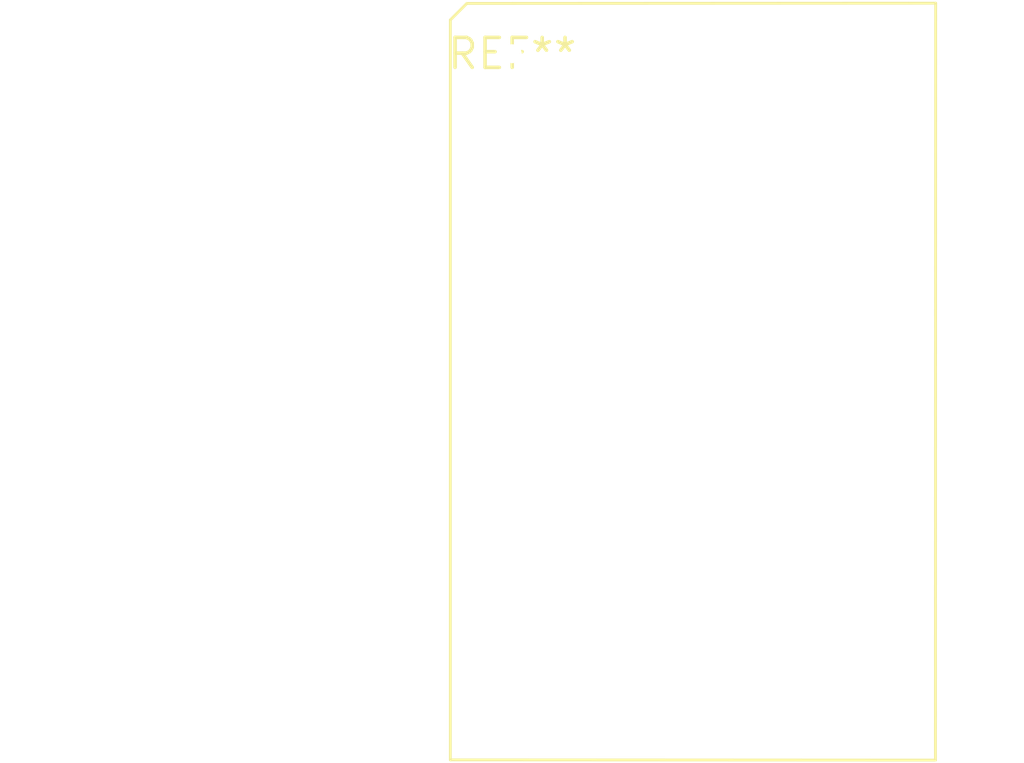
<source format=kicad_pcb>
(kicad_pcb (version 20240108) (generator pcbnew)
  (layers (0 "F.Cu" signal) (31 "B.Cu" signal) (34 "B.Paste" user) (35 "F.Paste" user) (36 "B.SilkS" user "B.Silkscreen") (37 "F.SilkS" user "F.Silkscreen") (38 "B.Mask" user) (39 "F.Mask" user) (44 "Edge.Cuts" user))
  (net 0 "")
  (footprint "Converter_DCDC_TRACO_THD_15-xxxxWIN_THT" (layer "F.Cu") (at 0 0)
    (property "Reference" "REF**")
    (property "Value" "Converter_DCDC_TRACO_THD_15-xxxxWIN_THT")
    (fp_line (start -2.62 -1.43) (end -2.62 29.92) (layer "F.SilkS") (stroke (width 0.12)))
    (fp_line (start -2.62 29.92) (end 17.92 29.93) (layer "F.SilkS") (stroke (width 0.12)))
    (fp_line (start -1.92 -2.13) (end -2.62 -1.43) (layer "F.SilkS") (stroke (width 0.12)))
    (fp_line (start 17.92 29.93) (end 17.93 -2.14) (layer "F.SilkS") (stroke (width 0.12)))
    (fp_line (start 17.93 -2.14) (end -1.92 -2.13) (layer "F.SilkS") (stroke (width 0.12)))
    (pad "1" thru_hole rect (at 0 0) (size 2 1.2) (drill 0.8) (layers *.Cu *.Mask) (remove_unused_layers))
    (pad "2" thru_hole oval (at 0 2.54) (size 2 1.2) (drill 0.8) (layers *.Cu *.Mask) (remove_unused_layers))
    (pad "3" thru_hole oval (at 0 5.08) (size 2 1.2) (drill 0.8) (layers *.Cu *.Mask) (remove_unused_layers))
    (pad "9" thru_hole oval (at 0 20.32) (size 2 1.2) (drill 0.8) (layers *.Cu *.Mask) (remove_unused_layers))
    (pad "11" thru_hole oval (at 0 25.4) (size 2 1.2) (drill 0.8) (layers *.Cu *.Mask) (remove_unused_layers))
    (pad "14" thru_hole oval (at 15.24 25.4) (size 2 1.2) (drill 0.8) (layers *.Cu *.Mask) (remove_unused_layers))
    (pad "16" thru_hole oval (at 15.24 20.32) (size 2 1.2) (drill 0.8) (layers *.Cu *.Mask) (remove_unused_layers))
    (pad "22" thru_hole oval (at 15.24 5.08) (size 2 1.2) (drill 0.8) (layers *.Cu *.Mask) (remove_unused_layers))
    (pad "23" thru_hole oval (at 15.24 2.54) (size 2 1.2) (drill 0.8) (layers *.Cu *.Mask) (remove_unused_layers))
  )
)
</source>
